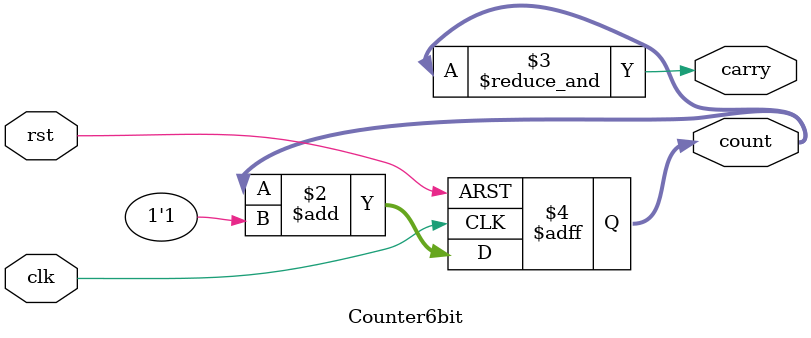
<source format=v>
module DDS (input clk, input rst, output [8:0] out);
    wire [5:0] addr;
    wire phase_pos;
    wire sign_bit;
    PhaseAccumulator pa(clk, rst, addr, phase_pos, sign_bit);

    reg [7:0] ROM [0:63];
    initial begin
        $readmemb("sine.mem", ROM);
    end

    wire [5:0] addr_ROM = phase_pos ? ~addr + 1'b1 : addr;
    wire [7:0] data_ROM = ROM[addr_ROM];

    wire [8:0] rom_data = (~|addr & phase_pos) ? 8'b11111111 : data_ROM;
    assign out = (sign_bit) ? 9'd256 - rom_data : {1'b1, rom_data};
endmodule

module PhaseAccumulator (
    input clk,
    input rst,
    output reg [5:0] addr,
    output reg phase_pos,
    output reg sign_bit);
    
    wire [5:0] count;
    wire carry;
    Counter6bit counter (clk, rst, count, carry);
    assign addr = count;

    reg [1:0] ps;
    reg [1:0] ns;

    always @(posedge clk or posedge rst) begin
        if (rst)
            ps <= 2'b00;
        else
            ps <= ns;
    end

    always @(carry) begin
        case (ps)
            2'b00: ns = carry ? 2'b01 : 2'b00;
            2'b01: ns = carry ? 2'b10 : 2'b01;
            2'b10: ns = carry ? 2'b11 : 2'b10;
            2'b11: ns = carry ? 2'b00 : 2'b11;
        endcase
    end

    always @(ps) begin
        case (ps)
            2'b00: begin
                phase_pos = 1'b0;
                sign_bit = 1'b0;
            end
            2'b01: begin
                phase_pos = 1'b1;
                sign_bit = 1'b0;
            end
            2'b10: begin
                phase_pos = 1'b0;
                sign_bit = 1'b1;
            end
            2'b11: begin
                phase_pos = 1'b1;
                sign_bit = 1'b1;
            end
        endcase
    end

endmodule

module Counter6bit(
    input clk,
    input rst,
    output reg [5:0] count,
    output carry);

    always @(posedge clk or posedge rst) begin
        if (rst)
            count <= 6'b0;
        else
            count <= count + 1'b1;
    end
    assign carry = &count;  

endmodule
</source>
